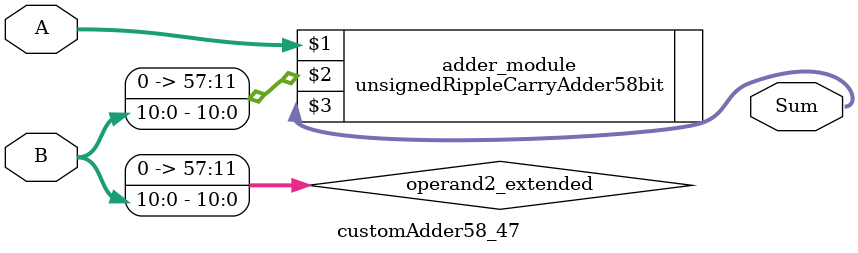
<source format=v>
module customAdder58_47(
                        input [57 : 0] A,
                        input [10 : 0] B,
                        
                        output [58 : 0] Sum
                );

        wire [57 : 0] operand2_extended;
        
        assign operand2_extended =  {47'b0, B};
        
        unsignedRippleCarryAdder58bit adder_module(
            A,
            operand2_extended,
            Sum
        );
        
        endmodule
        
</source>
